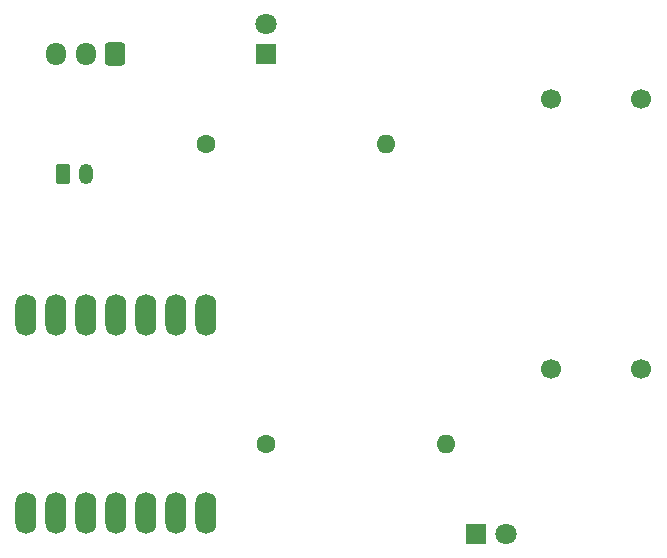
<source format=gbr>
%TF.GenerationSoftware,KiCad,Pcbnew,8.0.8*%
%TF.CreationDate,2025-02-26T19:15:05-08:00*%
%TF.ProjectId,techin514-final-project,74656368-696e-4353-9134-2d66696e616c,rev?*%
%TF.SameCoordinates,Original*%
%TF.FileFunction,Soldermask,Bot*%
%TF.FilePolarity,Negative*%
%FSLAX46Y46*%
G04 Gerber Fmt 4.6, Leading zero omitted, Abs format (unit mm)*
G04 Created by KiCad (PCBNEW 8.0.8) date 2025-02-26 19:15:05*
%MOMM*%
%LPD*%
G01*
G04 APERTURE LIST*
G04 Aperture macros list*
%AMRoundRect*
0 Rectangle with rounded corners*
0 $1 Rounding radius*
0 $2 $3 $4 $5 $6 $7 $8 $9 X,Y pos of 4 corners*
0 Add a 4 corners polygon primitive as box body*
4,1,4,$2,$3,$4,$5,$6,$7,$8,$9,$2,$3,0*
0 Add four circle primitives for the rounded corners*
1,1,$1+$1,$2,$3*
1,1,$1+$1,$4,$5*
1,1,$1+$1,$6,$7*
1,1,$1+$1,$8,$9*
0 Add four rect primitives between the rounded corners*
20,1,$1+$1,$2,$3,$4,$5,0*
20,1,$1+$1,$4,$5,$6,$7,0*
20,1,$1+$1,$6,$7,$8,$9,0*
20,1,$1+$1,$8,$9,$2,$3,0*%
G04 Aperture macros list end*
%ADD10C,1.600000*%
%ADD11O,1.600000X1.600000*%
%ADD12O,1.700000X1.950000*%
%ADD13RoundRect,0.250000X0.600000X0.725000X-0.600000X0.725000X-0.600000X-0.725000X0.600000X-0.725000X0*%
%ADD14C,1.700000*%
%ADD15R,1.800000X1.800000*%
%ADD16C,1.800000*%
%ADD17RoundRect,0.250000X-0.350000X-0.625000X0.350000X-0.625000X0.350000X0.625000X-0.350000X0.625000X0*%
%ADD18O,1.200000X1.750000*%
%ADD19O,1.778000X3.556000*%
G04 APERTURE END LIST*
D10*
%TO.C,R2*%
X86360000Y-99060000D03*
D11*
X101600000Y-99060000D03*
%TD*%
D10*
%TO.C,R1*%
X81280000Y-73660000D03*
D11*
X96520000Y-73660000D03*
%TD*%
D12*
%TO.C,SW1*%
X68580000Y-66040000D03*
X71080000Y-66040000D03*
D13*
X73580000Y-66040000D03*
%TD*%
D14*
%TO.C,M1*%
X110490000Y-69850000D03*
X118110000Y-69850000D03*
X110490000Y-92710000D03*
X118110000Y-92710000D03*
%TD*%
D15*
%TO.C,D2*%
X104140000Y-106680000D03*
D16*
X106680000Y-106680000D03*
%TD*%
%TO.C,D1*%
X86360000Y-63500000D03*
D15*
X86360000Y-66040000D03*
%TD*%
D17*
%TO.C,BT1*%
X69120000Y-76200000D03*
D18*
X71120000Y-76200000D03*
%TD*%
D19*
%TO.C,U1*%
X66040000Y-104902000D03*
X68580000Y-104902000D03*
X71120000Y-104902000D03*
X73660000Y-104902000D03*
X76200000Y-104902000D03*
X78740000Y-104902000D03*
X81280000Y-104902000D03*
X66040000Y-88138000D03*
X68580000Y-88138000D03*
X71120000Y-88138000D03*
X73660000Y-88138000D03*
X76200000Y-88138000D03*
X78740000Y-88138000D03*
X81280000Y-88138000D03*
%TD*%
M02*

</source>
